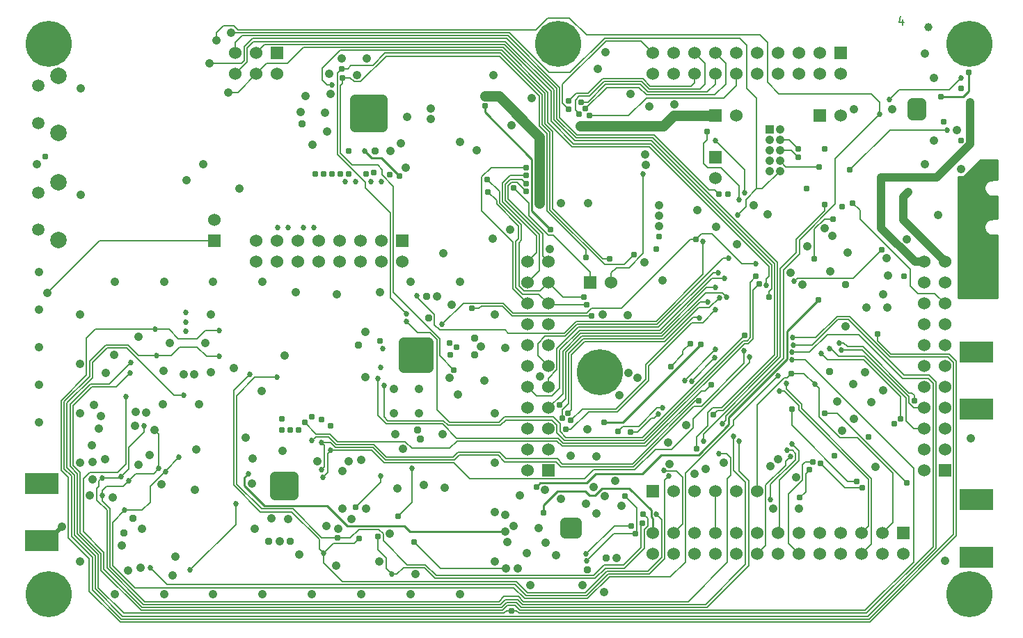
<source format=gbl>
G04 (created by PCBNEW (2012-nov-02)-stable) date Sat 15 Mar 2014 07:07:26 PM MDT*
%MOIN*%
G04 Gerber Fmt 3.4, Leading zero omitted, Abs format*
%FSLAX34Y34*%
G01*
G70*
G90*
G04 APERTURE LIST*
%ADD10C,0*%
%ADD11C,0.007*%
%ADD12R,0.06X0.06*%
%ADD13C,0.06*%
%ADD14C,0.0590551*%
%ADD15C,0.0787402*%
%ADD16C,0.025*%
%ADD17R,0.042X0.042*%
%ADD18C,0.042*%
%ADD19C,0.023622*%
%ADD20C,0.0230315*%
%ADD21C,0.220472*%
%ADD22R,0.164961X0.104921*%
%ADD23C,0.0551181*%
%ADD24C,0.0393701*%
%ADD25C,0.027*%
%ADD26C,0.031*%
%ADD27C,0.037*%
%ADD28C,0.008*%
%ADD29C,0.01*%
%ADD30C,0.05*%
%ADD31C,0.04*%
%ADD32C,0.02*%
%ADD33C,0.012*%
G04 APERTURE END LIST*
G54D10*
G54D11*
X66099Y-39777D02*
X66099Y-40043D01*
X66004Y-39624D02*
X65909Y-39910D01*
X66156Y-39910D01*
G54D12*
X68122Y-61397D03*
G54D13*
X67122Y-61397D03*
X68122Y-60397D03*
X67122Y-60397D03*
X68122Y-59397D03*
X67122Y-59397D03*
X68122Y-58397D03*
X67122Y-58397D03*
X68122Y-57397D03*
X67122Y-57397D03*
X68122Y-56397D03*
X67122Y-56397D03*
X68122Y-55397D03*
X67122Y-55397D03*
X68122Y-54397D03*
X67122Y-54397D03*
X68122Y-53397D03*
X67122Y-53397D03*
X68122Y-52397D03*
X67122Y-52397D03*
X68122Y-51397D03*
X67122Y-51397D03*
G54D14*
X24685Y-48090D03*
X24685Y-49862D03*
G54D15*
X25665Y-50356D03*
X25665Y-47596D03*
G54D16*
X40510Y-44276D03*
X40510Y-44925D03*
X39860Y-44925D03*
X39860Y-44276D03*
X39860Y-43626D03*
X40510Y-43626D03*
X41159Y-43626D03*
X41159Y-44276D03*
X41159Y-44925D03*
X42775Y-55865D03*
X42775Y-56455D03*
X42184Y-56455D03*
X42184Y-55865D03*
X42184Y-55274D03*
X42775Y-55274D03*
X43365Y-55274D03*
X43365Y-55865D03*
X43365Y-56455D03*
G54D12*
X54122Y-62397D03*
G54D13*
X55122Y-62397D03*
X56122Y-62397D03*
X57122Y-62397D03*
X58122Y-62397D03*
X59122Y-62397D03*
G54D17*
X59709Y-45065D03*
G54D18*
X60209Y-45065D03*
X59709Y-45565D03*
X60209Y-45565D03*
X59709Y-46065D03*
X60209Y-46065D03*
X59709Y-46565D03*
X60209Y-46565D03*
X59709Y-47065D03*
X60209Y-47065D03*
G54D12*
X63122Y-41397D03*
G54D13*
X63122Y-42397D03*
X62122Y-41397D03*
X62122Y-42397D03*
X61122Y-41397D03*
X61122Y-42397D03*
X60122Y-41397D03*
X60122Y-42397D03*
X59122Y-41397D03*
X59122Y-42397D03*
X58122Y-41397D03*
X58122Y-42397D03*
X57122Y-41397D03*
X57122Y-42397D03*
X56122Y-41397D03*
X56122Y-42397D03*
X55122Y-41397D03*
X55122Y-42397D03*
X54122Y-41397D03*
X54122Y-42397D03*
G54D19*
X36464Y-62111D03*
X36464Y-61678D03*
X36897Y-61678D03*
X36897Y-62111D03*
X36897Y-62544D03*
X36464Y-62544D03*
X36031Y-62544D03*
X36031Y-62111D03*
X36031Y-61678D03*
X50184Y-64144D03*
X49924Y-64403D03*
X49924Y-63884D03*
X50444Y-63884D03*
X50444Y-64403D03*
G54D12*
X33122Y-50397D03*
G54D13*
X33122Y-49397D03*
G54D12*
X57122Y-44397D03*
G54D13*
X58122Y-44397D03*
G54D12*
X62122Y-44397D03*
G54D13*
X63122Y-44397D03*
G54D20*
X66744Y-44075D03*
X66547Y-44370D03*
X66940Y-44370D03*
X66940Y-43780D03*
X66547Y-43780D03*
G54D14*
X24685Y-42972D03*
X24685Y-44744D03*
G54D15*
X25665Y-45238D03*
X25665Y-42478D03*
G54D12*
X66122Y-64397D03*
G54D13*
X66122Y-65397D03*
X65122Y-64397D03*
X65122Y-65397D03*
X64122Y-64397D03*
X64122Y-65397D03*
X63122Y-64397D03*
X63122Y-65397D03*
X62122Y-64397D03*
X62122Y-65397D03*
X61122Y-64397D03*
X61122Y-65397D03*
X60122Y-64397D03*
X60122Y-65397D03*
X59122Y-64397D03*
X59122Y-65397D03*
X58122Y-64397D03*
X58122Y-65397D03*
X57122Y-64397D03*
X57122Y-65397D03*
X56122Y-64397D03*
X56122Y-65397D03*
X55122Y-64397D03*
X55122Y-65397D03*
X54122Y-64397D03*
X54122Y-65397D03*
G54D12*
X36122Y-41397D03*
G54D13*
X36122Y-42397D03*
X35122Y-41397D03*
X35122Y-42397D03*
X34122Y-41397D03*
X34122Y-42397D03*
G54D12*
X57122Y-46397D03*
G54D13*
X57122Y-47397D03*
G54D12*
X70122Y-51397D03*
G54D13*
X70122Y-52397D03*
G54D12*
X49122Y-61397D03*
G54D13*
X48122Y-61397D03*
X49122Y-60397D03*
X48122Y-60397D03*
X49122Y-59397D03*
X48122Y-59397D03*
X49122Y-58397D03*
X48122Y-58397D03*
X49122Y-57397D03*
X48122Y-57397D03*
X49122Y-56397D03*
X48122Y-56397D03*
X49122Y-55397D03*
X48122Y-55397D03*
X49122Y-54397D03*
X48122Y-54397D03*
X49122Y-53397D03*
X48122Y-53397D03*
X49122Y-52397D03*
X48122Y-52397D03*
X49122Y-51397D03*
X48122Y-51397D03*
G54D12*
X51122Y-52397D03*
G54D13*
X52122Y-52397D03*
G54D21*
X25196Y-40944D03*
G54D19*
X25196Y-40078D03*
X24330Y-40944D03*
X25196Y-41811D03*
X26062Y-40944D03*
X25807Y-40334D03*
X24586Y-40334D03*
X24586Y-41555D03*
X25807Y-41555D03*
G54D21*
X25196Y-67322D03*
G54D19*
X25196Y-66456D03*
X24330Y-67322D03*
X25196Y-68188D03*
X26062Y-67322D03*
X25807Y-66712D03*
X24586Y-66712D03*
X24586Y-67933D03*
X25807Y-67933D03*
G54D21*
X69291Y-67322D03*
G54D19*
X69291Y-66456D03*
X68425Y-67322D03*
X69291Y-68188D03*
X70157Y-67322D03*
X69901Y-66712D03*
X68681Y-66712D03*
X68681Y-67933D03*
X69901Y-67933D03*
G54D21*
X69291Y-40944D03*
G54D19*
X69291Y-40078D03*
X68425Y-40944D03*
X69291Y-41811D03*
X70157Y-40944D03*
X69901Y-40334D03*
X68681Y-40334D03*
X68681Y-41555D03*
X69901Y-41555D03*
G54D21*
X49606Y-40944D03*
G54D19*
X49606Y-40078D03*
X48740Y-40944D03*
X49606Y-41811D03*
X50472Y-40944D03*
X50216Y-40334D03*
X48996Y-40334D03*
X48996Y-41555D03*
X50216Y-41555D03*
G54D21*
X51574Y-56692D03*
G54D19*
X51574Y-55826D03*
X50708Y-56692D03*
X51574Y-57559D03*
X52440Y-56692D03*
X52185Y-56082D03*
X50964Y-56082D03*
X50964Y-57303D03*
X52185Y-57303D03*
G54D12*
X42122Y-50397D03*
G54D13*
X42122Y-51397D03*
X41122Y-50397D03*
X41122Y-51397D03*
X40122Y-50397D03*
X40122Y-51397D03*
X39122Y-50397D03*
X39122Y-51397D03*
X38122Y-50397D03*
X38122Y-51397D03*
X37122Y-50397D03*
X37122Y-51397D03*
X36122Y-50397D03*
X36122Y-51397D03*
X35122Y-50397D03*
X35122Y-51397D03*
G54D22*
X24848Y-62010D03*
X24848Y-64760D03*
G54D19*
X25401Y-64370D03*
X25401Y-64763D03*
X25401Y-65157D03*
X25007Y-64370D03*
X25007Y-64763D03*
X25007Y-65157D03*
X24614Y-64370D03*
X24614Y-64763D03*
X24614Y-65157D03*
X25401Y-62401D03*
X25401Y-62007D03*
X25401Y-61614D03*
X25007Y-62401D03*
X25007Y-62007D03*
X25007Y-61614D03*
X24614Y-62401D03*
X24614Y-62007D03*
X24614Y-61614D03*
G54D22*
X69639Y-65548D03*
X69639Y-62798D03*
G54D19*
X69086Y-63188D03*
X69086Y-62795D03*
X69086Y-62401D03*
X69480Y-63188D03*
X69480Y-62795D03*
X69480Y-62401D03*
X69874Y-63188D03*
X69874Y-62795D03*
X69874Y-62401D03*
X69086Y-65157D03*
X69086Y-65551D03*
X69086Y-65944D03*
X69480Y-65157D03*
X69480Y-65551D03*
X69480Y-65944D03*
X69874Y-65157D03*
X69874Y-65551D03*
X69874Y-65944D03*
G54D22*
X69639Y-58461D03*
X69639Y-55711D03*
G54D19*
X69086Y-56102D03*
X69086Y-55708D03*
X69086Y-55314D03*
X69480Y-56102D03*
X69480Y-55708D03*
X69480Y-55314D03*
X69874Y-56102D03*
X69874Y-55708D03*
X69874Y-55314D03*
X69086Y-58070D03*
X69086Y-58464D03*
X69086Y-58858D03*
X69480Y-58070D03*
X69480Y-58464D03*
X69480Y-58858D03*
X69874Y-58070D03*
X69874Y-58464D03*
X69874Y-58858D03*
G54D14*
X70393Y-50442D03*
X70393Y-47194D03*
G54D23*
X69200Y-49799D03*
X69200Y-47838D03*
G54D24*
X67322Y-40157D03*
G54D25*
X29111Y-56231D03*
X60792Y-55737D03*
G54D18*
X47082Y-66107D03*
G54D26*
X47360Y-68120D03*
X42690Y-64830D03*
G54D25*
X58252Y-59997D03*
X28874Y-57844D03*
X30050Y-66064D03*
X54887Y-61667D03*
G54D26*
X57282Y-48167D03*
G54D18*
X48702Y-48587D03*
X48700Y-45410D03*
X50672Y-44897D03*
X46100Y-43450D03*
G54D25*
X34152Y-63007D03*
X31972Y-66157D03*
X34750Y-61560D03*
G54D18*
X47052Y-64337D03*
G54D26*
X50102Y-43697D03*
X50602Y-44327D03*
X50692Y-43747D03*
X50892Y-44067D03*
X51082Y-44397D03*
X48042Y-48027D03*
X48042Y-46877D03*
X48062Y-47267D03*
X48052Y-47647D03*
X50972Y-53457D03*
X46232Y-48047D03*
X50832Y-53107D03*
X46192Y-47447D03*
G54D25*
X53662Y-47207D03*
G54D26*
X47462Y-47867D03*
X54990Y-56410D03*
X55920Y-55320D03*
G54D25*
X57442Y-59167D03*
G54D18*
X33232Y-40777D03*
G54D25*
X64994Y-44325D03*
G54D26*
X50082Y-44087D03*
X66650Y-58060D03*
G54D25*
X63044Y-55288D03*
X63150Y-55634D03*
X62192Y-55787D03*
G54D26*
X65990Y-58910D03*
G54D25*
X62605Y-55556D03*
G54D26*
X62042Y-53227D03*
X48542Y-62187D03*
G54D25*
X60182Y-57577D03*
X55982Y-57117D03*
X57092Y-56007D03*
X55642Y-57087D03*
X57122Y-55607D03*
X60512Y-57227D03*
G54D26*
X61782Y-61007D03*
G54D25*
X60774Y-60131D03*
X59772Y-62807D03*
X60542Y-60437D03*
X60712Y-60727D03*
G54D26*
X59692Y-53097D03*
G54D18*
X33802Y-43277D03*
G54D25*
X59572Y-52537D03*
G54D26*
X56212Y-60357D03*
X57022Y-58717D03*
G54D18*
X32892Y-41897D03*
G54D25*
X54652Y-61392D03*
G54D26*
X69250Y-42335D03*
X67934Y-43505D03*
G54D18*
X33912Y-40427D03*
G54D25*
X61882Y-57257D03*
G54D26*
X60762Y-56747D03*
G54D25*
X58186Y-49143D03*
X56352Y-54077D03*
G54D26*
X50202Y-58997D03*
G54D25*
X57742Y-51227D03*
X57252Y-51917D03*
X57132Y-52637D03*
X57322Y-53117D03*
G54D26*
X50062Y-58647D03*
X49792Y-58907D03*
G54D25*
X56764Y-53336D03*
X57122Y-53707D03*
G54D26*
X49942Y-59437D03*
G54D25*
X57562Y-52177D03*
G54D26*
X49642Y-58257D03*
G54D25*
X57662Y-53077D03*
X57122Y-45577D03*
X58522Y-48107D03*
G54D26*
X56722Y-45147D03*
G54D25*
X58252Y-48427D03*
G54D26*
X63900Y-61910D03*
X60800Y-58460D03*
X64170Y-62210D03*
X62172Y-61047D03*
X61170Y-62700D03*
X61632Y-61357D03*
X61079Y-45975D03*
X62082Y-46857D03*
X61082Y-46387D03*
X62358Y-58646D03*
X66280Y-61980D03*
G54D18*
X66112Y-49163D03*
X66372Y-48047D03*
G54D26*
X63700Y-48582D03*
G54D18*
X69324Y-43748D03*
X65072Y-47367D03*
G54D26*
X62342Y-48667D03*
G54D25*
X56545Y-59976D03*
X57282Y-60597D03*
G54D18*
X30250Y-59450D03*
G54D25*
X27744Y-62604D03*
X29035Y-61889D03*
X30464Y-61304D03*
G54D26*
X48902Y-63417D03*
G54D25*
X38765Y-42911D03*
G54D26*
X52052Y-51267D03*
X45460Y-53640D03*
X51202Y-53987D03*
G54D25*
X40335Y-46101D03*
G54D26*
X41992Y-47287D03*
X49232Y-49847D03*
X46100Y-43930D03*
G54D18*
X68897Y-46968D03*
X66302Y-50317D03*
G54D26*
X63202Y-48767D03*
G54D18*
X67775Y-49163D03*
X29650Y-64200D03*
X28982Y-66197D03*
X25822Y-64097D03*
X69372Y-59847D03*
X50770Y-66890D03*
X48240Y-66890D03*
X49192Y-50777D03*
G54D26*
X54422Y-50197D03*
G54D18*
X44094Y-50984D03*
G54D26*
X62832Y-60687D03*
X64472Y-59807D03*
G54D18*
X51032Y-48607D03*
X44160Y-62230D03*
G54D26*
X38254Y-58961D03*
G54D18*
X36488Y-55898D03*
X27342Y-58267D03*
X32244Y-60404D03*
X35064Y-64191D03*
X41009Y-65768D03*
X41785Y-59665D03*
X44065Y-59665D03*
X46555Y-65748D03*
X31802Y-47497D03*
X53052Y-43362D03*
X52960Y-56730D03*
X37827Y-45787D03*
X37252Y-44232D03*
X40412Y-41667D03*
X68122Y-65717D03*
X52382Y-65607D03*
X51432Y-60737D03*
X50182Y-60697D03*
X50982Y-59437D03*
X26722Y-48187D03*
X27165Y-62598D03*
X26673Y-56299D03*
X26673Y-58661D03*
X26673Y-61023D03*
X26673Y-65748D03*
X39050Y-64200D03*
X47047Y-55511D03*
X44881Y-67322D03*
X42519Y-67322D03*
X40157Y-67322D03*
X28346Y-67322D03*
X30708Y-67322D03*
X37795Y-67322D03*
X35433Y-67322D03*
X33070Y-67322D03*
X46062Y-57086D03*
X46555Y-53937D03*
X37007Y-52854D03*
X44881Y-52362D03*
X41043Y-52854D03*
X46555Y-63385D03*
X46555Y-58661D03*
X46555Y-61023D03*
X47070Y-63510D03*
X42519Y-52362D03*
X38976Y-52952D03*
X26673Y-53937D03*
X28346Y-52362D03*
X30708Y-52362D03*
X33070Y-52362D03*
X35433Y-52362D03*
X24722Y-53697D03*
X24722Y-51897D03*
X24722Y-59087D03*
X24722Y-57287D03*
X24722Y-55487D03*
X24622Y-46737D03*
X34312Y-47897D03*
X54932Y-61097D03*
X56672Y-61317D03*
X54412Y-49707D03*
X48952Y-62327D03*
X47742Y-62597D03*
X47452Y-64057D03*
X52532Y-57787D03*
X51732Y-53937D03*
X51802Y-67237D03*
X55172Y-43867D03*
X51292Y-62177D03*
X64790Y-61240D03*
X51822Y-62627D03*
X54412Y-49207D03*
X46442Y-50277D03*
X54862Y-60057D03*
X62358Y-49807D03*
X65327Y-51222D03*
X49484Y-65444D03*
G54D25*
X37882Y-49757D03*
G54D26*
X41532Y-47227D03*
G54D18*
X40390Y-63240D03*
X39540Y-60960D03*
X40160Y-60900D03*
X42150Y-60370D03*
X29480Y-55000D03*
X34920Y-62020D03*
X32390Y-58220D03*
X30650Y-58230D03*
X29870Y-58620D03*
G54D25*
X37380Y-49756D03*
G54D18*
X41874Y-62269D03*
X28311Y-55851D03*
X27931Y-56721D03*
X30701Y-56641D03*
X31130Y-66420D03*
X42065Y-45711D03*
X32951Y-56691D03*
G54D25*
X31751Y-54281D03*
G54D18*
X63744Y-44075D03*
G54D27*
X40015Y-55375D03*
G54D18*
X60979Y-61722D03*
X27594Y-59404D03*
G54D27*
X36764Y-64791D03*
G54D26*
X36354Y-58921D03*
G54D25*
X39900Y-47546D03*
G54D18*
X38964Y-65961D03*
X30034Y-60674D03*
G54D27*
X35714Y-64791D03*
G54D18*
X42290Y-46886D03*
X37184Y-65411D03*
X32194Y-62334D03*
G54D26*
X36354Y-59451D03*
G54D18*
X62711Y-50161D03*
X67144Y-41425D03*
X59741Y-61206D03*
X48084Y-65354D03*
X63461Y-50967D03*
X65363Y-53590D03*
X56241Y-48924D03*
X31001Y-55281D03*
X48330Y-43560D03*
G54D27*
X63348Y-52494D03*
G54D26*
X40400Y-47176D03*
G54D18*
X32951Y-53931D03*
X58165Y-50550D03*
G54D26*
X38704Y-59261D03*
X37154Y-59451D03*
G54D18*
X63206Y-59495D03*
X61297Y-52494D03*
X58964Y-48676D03*
X40365Y-56915D03*
G54D25*
X31751Y-53831D03*
G54D18*
X42769Y-66368D03*
X44475Y-53455D03*
G54D25*
X41130Y-47546D03*
G54D18*
X43505Y-44551D03*
X39225Y-41661D03*
X31651Y-56781D03*
X47360Y-44850D03*
X67144Y-46725D03*
X38635Y-42401D03*
X44775Y-57765D03*
X65398Y-52070D03*
G54D27*
X37335Y-44801D03*
G54D18*
X45875Y-55465D03*
X42925Y-58665D03*
X43160Y-62075D03*
X65151Y-52954D03*
X65151Y-57550D03*
X65594Y-44075D03*
X34964Y-60811D03*
X37485Y-43451D03*
X51850Y-41360D03*
X28254Y-62704D03*
G54D27*
X29234Y-63704D03*
X45575Y-55065D03*
X62591Y-56645D03*
G54D25*
X36650Y-49756D03*
G54D18*
X41529Y-64428D03*
G54D26*
X39560Y-47176D03*
G54D18*
X38474Y-64061D03*
X34614Y-59811D03*
X64585Y-58116D03*
X63355Y-54496D03*
X29324Y-59244D03*
X43775Y-53055D03*
X67594Y-42575D03*
X59880Y-63220D03*
X60731Y-51929D03*
G54D26*
X36754Y-59451D03*
G54D18*
X53731Y-51434D03*
G54D26*
X68894Y-45575D03*
G54D25*
X36150Y-49756D03*
G54D18*
X40365Y-54765D03*
G54D26*
X40760Y-47136D03*
X38360Y-47176D03*
G54D27*
X28774Y-64384D03*
G54D18*
X36264Y-64791D03*
G54D26*
X68044Y-44675D03*
G54D18*
X39704Y-63711D03*
G54D27*
X42855Y-59445D03*
G54D18*
X43505Y-44071D03*
X27284Y-61824D03*
G54D26*
X38760Y-47176D03*
G54D18*
X63772Y-58929D03*
G54D26*
X39160Y-47176D03*
G54D25*
X31751Y-54731D03*
G54D18*
X41725Y-58665D03*
G54D25*
X39400Y-47546D03*
G54D18*
X34048Y-56488D03*
G54D26*
X37804Y-58811D03*
G54D27*
X45585Y-55845D03*
G54D18*
X44900Y-45670D03*
G54D27*
X42995Y-59885D03*
G54D26*
X37960Y-47176D03*
G54D18*
X47669Y-66093D03*
X27244Y-60204D03*
G54D25*
X40630Y-47546D03*
G54D18*
X29494Y-61134D03*
X46500Y-42470D03*
X32151Y-56781D03*
X27284Y-60994D03*
X27894Y-60874D03*
G54D27*
X43275Y-53055D03*
G54D18*
X30604Y-62074D03*
X67594Y-45575D03*
X38054Y-60961D03*
X32701Y-55281D03*
X53800Y-46770D03*
X49710Y-48580D03*
G54D26*
X68894Y-43075D03*
G54D18*
X35388Y-57588D03*
X68694Y-45075D03*
G54D26*
X64900Y-54850D03*
G54D25*
X30301Y-54621D03*
X33351Y-54681D03*
X60812Y-55037D03*
X30351Y-55881D03*
X33351Y-55931D03*
X58502Y-55667D03*
X38240Y-61360D03*
X38254Y-60061D03*
X58742Y-55957D03*
X38334Y-61711D03*
X38700Y-60440D03*
G54D26*
X56332Y-58067D03*
G54D25*
X37804Y-59961D03*
G54D26*
X37452Y-59097D03*
X56912Y-57287D03*
X53662Y-63487D03*
X40952Y-64557D03*
G54D25*
X42600Y-61280D03*
G54D26*
X41922Y-63587D03*
G54D25*
X41607Y-66366D03*
X68904Y-42575D03*
X65444Y-43625D03*
X68224Y-45075D03*
G54D26*
X63572Y-46987D03*
X61872Y-51257D03*
X62772Y-49367D03*
X65082Y-50817D03*
G54D25*
X60906Y-52321D03*
G54D26*
X58522Y-54917D03*
G54D25*
X42330Y-54270D03*
X34838Y-56788D03*
G54D26*
X40052Y-64647D03*
G54D25*
X54292Y-63507D03*
X38342Y-65363D03*
G54D26*
X59062Y-52107D03*
G54D25*
X41240Y-57330D03*
X29754Y-59244D03*
X58002Y-59767D03*
X27744Y-61754D03*
X28644Y-61704D03*
X29091Y-56731D03*
X60802Y-56107D03*
X50942Y-65737D03*
G54D26*
X52442Y-59537D03*
G54D25*
X54582Y-58407D03*
G54D26*
X53292Y-64427D03*
X52792Y-62627D03*
G54D25*
X50934Y-65394D03*
G54D26*
X53082Y-64047D03*
G54D25*
X54402Y-58687D03*
G54D26*
X53072Y-59547D03*
X51792Y-59087D03*
X56410Y-55370D03*
G54D25*
X42820Y-53040D03*
X56538Y-50409D03*
G54D26*
X53223Y-51068D03*
G54D25*
X42330Y-53880D03*
G54D26*
X39212Y-42147D03*
X44602Y-56587D03*
X50912Y-51177D03*
X39268Y-42577D03*
G54D25*
X36128Y-56938D03*
G54D26*
X39020Y-64630D03*
X53622Y-63927D03*
X39892Y-63157D03*
G54D25*
X41100Y-61650D03*
G54D26*
X59222Y-52467D03*
G54D25*
X40960Y-56980D03*
X60132Y-56857D03*
X30784Y-61454D03*
X28834Y-63304D03*
X31434Y-60764D03*
X31660Y-57780D03*
X60842Y-55407D03*
G54D18*
X28702Y-65007D03*
X47142Y-64827D03*
X25122Y-52897D03*
G54D26*
X41055Y-55195D03*
G54D27*
X43385Y-54105D03*
G54D18*
X41560Y-46086D03*
X39945Y-42451D03*
X38682Y-43367D03*
X38427Y-44257D03*
X39260Y-63210D03*
X36404Y-60461D03*
X36654Y-63711D03*
G54D25*
X41105Y-56465D03*
G54D18*
X39254Y-61411D03*
X29600Y-66064D03*
G54D25*
X41175Y-55555D03*
G54D27*
X40810Y-46076D03*
G54D18*
X42925Y-57485D03*
X41725Y-57475D03*
X29344Y-58604D03*
G54D26*
X44435Y-55845D03*
G54D18*
X38515Y-45171D03*
X44375Y-56965D03*
G54D26*
X39560Y-46076D03*
G54D18*
X31250Y-65514D03*
X27704Y-58804D03*
G54D26*
X44375Y-55305D03*
X57712Y-48157D03*
X66142Y-52107D03*
X61492Y-47877D03*
X65682Y-59147D03*
X25032Y-46367D03*
G54D18*
X47300Y-49870D03*
X32602Y-46717D03*
X53392Y-56967D03*
X64367Y-53587D03*
X62942Y-58107D03*
X48722Y-56897D03*
X26722Y-43087D03*
G54D26*
X54302Y-50777D03*
G54D18*
X56112Y-61567D03*
X49734Y-62744D03*
X48652Y-64147D03*
G54D26*
X44725Y-55475D03*
G54D18*
X52918Y-53944D03*
X45700Y-46070D03*
X42362Y-44457D03*
G54D27*
X50984Y-66144D03*
G54D18*
X35864Y-63691D03*
X53950Y-43970D03*
X61110Y-63210D03*
X51432Y-63467D03*
X52612Y-63107D03*
X52322Y-61877D03*
X54412Y-48697D03*
X50910Y-63000D03*
X48980Y-64850D03*
G54D26*
X62342Y-45987D03*
G54D18*
X57514Y-61015D03*
X64302Y-56702D03*
X51500Y-42170D03*
X57167Y-49737D03*
X59635Y-49136D03*
X54579Y-52282D03*
X53750Y-46270D03*
X55711Y-59212D03*
X60130Y-60874D03*
X63737Y-57267D03*
X62622Y-51845D03*
X61509Y-50656D03*
G54D27*
X51884Y-65594D03*
G54D25*
X44025Y-54405D03*
X59070Y-51483D03*
G54D26*
X56182Y-50337D03*
G54D28*
X27186Y-57247D02*
X26212Y-58221D01*
X29111Y-56231D02*
X28095Y-57247D01*
X28787Y-68237D02*
X46990Y-68237D01*
X27559Y-67009D02*
X28787Y-68237D01*
X27559Y-65435D02*
X27559Y-67009D01*
X26559Y-64435D02*
X27559Y-65435D01*
X28095Y-57247D02*
X27186Y-57247D01*
X47107Y-68120D02*
X47360Y-68120D01*
X47107Y-68120D02*
X46990Y-68237D01*
X26559Y-61553D02*
X26559Y-64435D01*
X26212Y-61205D02*
X26559Y-61553D01*
X26212Y-58221D02*
X26212Y-61205D01*
X63998Y-54877D02*
X66100Y-56980D01*
X66100Y-56980D02*
X67310Y-56980D01*
X67310Y-56980D02*
X67540Y-57210D01*
X67540Y-57210D02*
X67540Y-65057D01*
X67540Y-65057D02*
X64360Y-68237D01*
X64360Y-68237D02*
X47707Y-68237D01*
X61634Y-55737D02*
X62494Y-54877D01*
X62494Y-54877D02*
X63998Y-54877D01*
X60792Y-55737D02*
X61634Y-55737D01*
X47360Y-68120D02*
X47590Y-68120D01*
X47707Y-68237D02*
X47590Y-68120D01*
X47082Y-66107D02*
X43967Y-66107D01*
X43967Y-66107D02*
X42690Y-64830D01*
X28874Y-57844D02*
X28874Y-61095D01*
X29672Y-67957D02*
X46874Y-67957D01*
X27839Y-66125D02*
X29672Y-67957D01*
X27839Y-65319D02*
X27839Y-66125D01*
X26840Y-64320D02*
X27839Y-65319D01*
X56710Y-67957D02*
X47823Y-67957D01*
X58712Y-65955D02*
X56710Y-67957D01*
X58252Y-59997D02*
X58252Y-61437D01*
X58252Y-61437D02*
X58712Y-61897D01*
X58712Y-61897D02*
X58712Y-65955D01*
X47111Y-67719D02*
X46874Y-67957D01*
X47585Y-67719D02*
X47111Y-67719D01*
X47823Y-67957D02*
X47585Y-67719D01*
X26840Y-61799D02*
X26840Y-64320D01*
X27162Y-61477D02*
X26840Y-61799D01*
X28492Y-61477D02*
X27162Y-61477D01*
X28874Y-61095D02*
X28492Y-61477D01*
X48055Y-67397D02*
X47527Y-66869D01*
X47527Y-66869D02*
X30855Y-66869D01*
X30855Y-66869D02*
X30050Y-66064D01*
X51984Y-66357D02*
X50944Y-67397D01*
X50944Y-67397D02*
X48055Y-67397D01*
X53950Y-66357D02*
X51984Y-66357D01*
X54682Y-65625D02*
X53950Y-66357D01*
X54682Y-61872D02*
X54682Y-65625D01*
X54887Y-61667D02*
X54682Y-61872D01*
X47183Y-40567D02*
X49660Y-43044D01*
X49660Y-43044D02*
X49660Y-44487D01*
X50500Y-45327D02*
X54184Y-45327D01*
X49660Y-44487D02*
X50500Y-45327D01*
X34122Y-40887D02*
X34122Y-41397D01*
X34442Y-40567D02*
X34122Y-40887D01*
X34442Y-40567D02*
X47183Y-40567D01*
X56824Y-47967D02*
X54184Y-45327D01*
X57082Y-47967D02*
X56824Y-47967D01*
X57282Y-48167D02*
X57082Y-47967D01*
G54D29*
X48702Y-48587D02*
X48700Y-48587D01*
G54D30*
X57122Y-44397D02*
X55122Y-44397D01*
X54622Y-44897D02*
X50672Y-44897D01*
X55122Y-44397D02*
X54622Y-44897D01*
X46740Y-43450D02*
X46100Y-43450D01*
X48700Y-45410D02*
X46740Y-43450D01*
X48700Y-48587D02*
X48700Y-45410D01*
G54D28*
X34152Y-63977D02*
X34152Y-63007D01*
X31972Y-66157D02*
X34152Y-63977D01*
G54D29*
X34572Y-61737D02*
X34572Y-62127D01*
X34572Y-61737D02*
X34750Y-61560D01*
X38522Y-63087D02*
X39502Y-64067D01*
X34572Y-62127D02*
X35532Y-63087D01*
X35532Y-63087D02*
X38522Y-63087D01*
X42212Y-64067D02*
X39502Y-64067D01*
X42482Y-64337D02*
X42212Y-64067D01*
X47052Y-64337D02*
X42482Y-64337D01*
G54D28*
X54006Y-42987D02*
X53646Y-42627D01*
X56122Y-42397D02*
X56122Y-42837D01*
X55972Y-42987D02*
X54006Y-42987D01*
X56122Y-42837D02*
X55972Y-42987D01*
X50472Y-43327D02*
X50102Y-43697D01*
X51038Y-43327D02*
X50472Y-43327D01*
X51738Y-42627D02*
X51038Y-43327D01*
X53646Y-42627D02*
X51738Y-42627D01*
X53948Y-43127D02*
X53588Y-42767D01*
X56122Y-41397D02*
X56632Y-41907D01*
X56392Y-43127D02*
X53948Y-43127D01*
X56632Y-42887D02*
X56392Y-43127D01*
X56632Y-41907D02*
X56632Y-42887D01*
X50412Y-44137D02*
X50602Y-44327D01*
X50412Y-43657D02*
X50412Y-44137D01*
X50602Y-43467D02*
X50412Y-43657D01*
X51096Y-43467D02*
X50602Y-43467D01*
X51796Y-42767D02*
X51096Y-43467D01*
X53588Y-42767D02*
X51796Y-42767D01*
X53890Y-43267D02*
X53530Y-42907D01*
X57122Y-42877D02*
X56732Y-43267D01*
X56732Y-43267D02*
X53890Y-43267D01*
X57122Y-42877D02*
X57122Y-42397D01*
X51014Y-43747D02*
X50692Y-43747D01*
X51854Y-42907D02*
X51014Y-43747D01*
X53530Y-42907D02*
X51854Y-42907D01*
X53832Y-43407D02*
X53472Y-43047D01*
X57622Y-41897D02*
X57622Y-42887D01*
X57622Y-42887D02*
X57102Y-43407D01*
X57102Y-43407D02*
X53832Y-43407D01*
X57622Y-41897D02*
X57122Y-41397D01*
X51912Y-43047D02*
X50892Y-44067D01*
X53472Y-43047D02*
X51912Y-43047D01*
X58122Y-42947D02*
X57522Y-43547D01*
X57522Y-43547D02*
X53812Y-43547D01*
X53812Y-43547D02*
X52962Y-44397D01*
X52962Y-44397D02*
X51082Y-44397D01*
X58122Y-42947D02*
X58122Y-42397D01*
X47622Y-47607D02*
X48042Y-48027D01*
X49122Y-51397D02*
X48842Y-51117D01*
X47352Y-47607D02*
X47622Y-47607D01*
X48842Y-51117D02*
X48842Y-50045D01*
X48842Y-50045D02*
X47202Y-48405D01*
X47202Y-48405D02*
X47202Y-47757D01*
X47202Y-47757D02*
X47352Y-47607D01*
X48122Y-53397D02*
X47432Y-52707D01*
X45932Y-48947D02*
X45932Y-47337D01*
X47432Y-50447D02*
X45932Y-48947D01*
X47432Y-52707D02*
X47432Y-50447D01*
X46392Y-46877D02*
X48042Y-46877D01*
X45932Y-47337D02*
X46392Y-46877D01*
X48562Y-50161D02*
X48562Y-50957D01*
X47296Y-47267D02*
X48062Y-47267D01*
X46922Y-48521D02*
X46922Y-47641D01*
X48562Y-50161D02*
X46922Y-48521D01*
X46922Y-47641D02*
X47296Y-47267D01*
X48562Y-50957D02*
X48122Y-51397D01*
X48122Y-52397D02*
X48702Y-51817D01*
X47294Y-47467D02*
X47872Y-47467D01*
X47872Y-47467D02*
X48052Y-47647D01*
X48702Y-50103D02*
X47062Y-48463D01*
X47062Y-48463D02*
X47062Y-47699D01*
X47062Y-47699D02*
X47294Y-47467D01*
X48702Y-51817D02*
X48702Y-50103D01*
X49182Y-53457D02*
X49122Y-53397D01*
X50972Y-53457D02*
X49182Y-53457D01*
X47572Y-50417D02*
X47682Y-50307D01*
X48672Y-52947D02*
X49122Y-53397D01*
X47894Y-52947D02*
X48672Y-52947D01*
X47572Y-52625D02*
X47894Y-52947D01*
X47572Y-52625D02*
X47572Y-50417D01*
X47682Y-50307D02*
X47682Y-49677D01*
X46642Y-48457D02*
X46232Y-48047D01*
X46642Y-48637D02*
X46642Y-48457D01*
X47682Y-49677D02*
X46642Y-48637D01*
X49832Y-53107D02*
X49122Y-52397D01*
X50832Y-53107D02*
X49832Y-53107D01*
X47712Y-52567D02*
X47712Y-50475D01*
X47952Y-52807D02*
X48712Y-52807D01*
X47952Y-52807D02*
X47712Y-52567D01*
X48712Y-52807D02*
X49122Y-52397D01*
X46782Y-48037D02*
X46192Y-47447D01*
X46782Y-48579D02*
X46782Y-48037D01*
X47822Y-49619D02*
X46782Y-48579D01*
X47822Y-50365D02*
X47822Y-49619D01*
X47712Y-50475D02*
X47822Y-50365D01*
X53662Y-47207D02*
X53662Y-50997D01*
X52122Y-51937D02*
X52122Y-52397D01*
X52382Y-51677D02*
X52122Y-51937D01*
X52982Y-51677D02*
X52382Y-51677D01*
X53662Y-50997D02*
X52982Y-51677D01*
X49352Y-50137D02*
X51122Y-51907D01*
X48189Y-49195D02*
X48189Y-48595D01*
X49132Y-50137D02*
X48189Y-49195D01*
X49352Y-50137D02*
X49132Y-50137D01*
X48189Y-48595D02*
X47462Y-47867D01*
X51122Y-51907D02*
X51122Y-52397D01*
X54990Y-56410D02*
X55570Y-55830D01*
X55570Y-55670D02*
X55920Y-55320D01*
X55570Y-55830D02*
X55570Y-55670D01*
X61161Y-51020D02*
X61161Y-50350D01*
X64994Y-44325D02*
X62872Y-46447D01*
X57442Y-59167D02*
X57622Y-58987D01*
X61161Y-51020D02*
X60396Y-51785D01*
X60396Y-56011D02*
X60396Y-51785D01*
X57622Y-58785D02*
X60396Y-56011D01*
X57622Y-58987D02*
X57622Y-58785D01*
X62872Y-48639D02*
X62872Y-46447D01*
X61161Y-50350D02*
X62872Y-48639D01*
X33232Y-40777D02*
X33232Y-40427D01*
X50946Y-40536D02*
X50130Y-39720D01*
X50130Y-39720D02*
X49100Y-39720D01*
X49100Y-39720D02*
X48532Y-40287D01*
X59241Y-40536D02*
X59612Y-40907D01*
X60172Y-43367D02*
X64602Y-43367D01*
X64602Y-43367D02*
X64994Y-43759D01*
X64994Y-44325D02*
X64994Y-43759D01*
X60172Y-43367D02*
X59612Y-42807D01*
X59612Y-42807D02*
X59612Y-40907D01*
X59241Y-40536D02*
X50946Y-40536D01*
X34262Y-40287D02*
X48532Y-40287D01*
X34072Y-40097D02*
X34262Y-40287D01*
X33562Y-40097D02*
X34072Y-40097D01*
X33232Y-40427D02*
X33562Y-40097D01*
X53541Y-40816D02*
X54122Y-41397D01*
X51873Y-40816D02*
X53541Y-40816D01*
X49800Y-42889D02*
X51873Y-40816D01*
X49800Y-43805D02*
X49800Y-42889D01*
X50082Y-44087D02*
X49800Y-43805D01*
X66650Y-58060D02*
X66650Y-57800D01*
X63044Y-55288D02*
X63270Y-55288D01*
X63270Y-55288D02*
X63454Y-55471D01*
X63454Y-55471D02*
X64196Y-55471D01*
X66404Y-57680D02*
X64196Y-55471D01*
X66530Y-57680D02*
X66404Y-57680D01*
X66650Y-57800D02*
X66530Y-57680D01*
X64160Y-55634D02*
X63150Y-55634D01*
X66392Y-57865D02*
X64160Y-55634D01*
X66392Y-58167D02*
X66392Y-57865D01*
X66622Y-58397D02*
X66392Y-58167D01*
X67122Y-58397D02*
X66622Y-58397D01*
X64217Y-56087D02*
X65990Y-57859D01*
X62491Y-56087D02*
X62192Y-55787D01*
X64217Y-56087D02*
X62491Y-56087D01*
X65990Y-57859D02*
X65990Y-58910D01*
X62605Y-55556D02*
X62648Y-55556D01*
X62648Y-55556D02*
X63015Y-55924D01*
X64252Y-55924D02*
X66252Y-57923D01*
X63015Y-55924D02*
X64252Y-55924D01*
X66252Y-57923D02*
X66252Y-59027D01*
X66252Y-59027D02*
X66622Y-59397D01*
X67122Y-59397D02*
X66622Y-59397D01*
G54D29*
X51392Y-61547D02*
X53622Y-61547D01*
X60546Y-54723D02*
X60546Y-56073D01*
X60546Y-56073D02*
X57772Y-58847D01*
X57772Y-58847D02*
X57772Y-59197D01*
X48542Y-62187D02*
X48732Y-61997D01*
X50942Y-61997D02*
X51392Y-61547D01*
X48732Y-61997D02*
X50942Y-61997D01*
X62042Y-53227D02*
X60546Y-54723D01*
X56312Y-60657D02*
X57772Y-59197D01*
X54512Y-60657D02*
X56312Y-60657D01*
X53622Y-61547D02*
X54512Y-60657D01*
G54D28*
X57092Y-56007D02*
X55982Y-57117D01*
X60412Y-57577D02*
X60182Y-57577D01*
X64122Y-64397D02*
X64462Y-64057D01*
X61112Y-58487D02*
X61112Y-58277D01*
X64462Y-61837D02*
X61112Y-58487D01*
X64462Y-64057D02*
X64462Y-61837D01*
X61112Y-58277D02*
X60412Y-57577D01*
X55642Y-57087D02*
X57122Y-55607D01*
X61252Y-58219D02*
X60512Y-57479D01*
X64602Y-64917D02*
X64602Y-61779D01*
X64602Y-61779D02*
X61252Y-58429D01*
X61252Y-58429D02*
X61252Y-58219D01*
X64122Y-65397D02*
X64602Y-64917D01*
X60512Y-57479D02*
X60512Y-57227D01*
X60622Y-62537D02*
X60622Y-64897D01*
X61122Y-65397D02*
X60622Y-64897D01*
X61300Y-61130D02*
X61300Y-61860D01*
X61300Y-61860D02*
X60622Y-62537D01*
X61422Y-61007D02*
X61300Y-61130D01*
X61782Y-61007D02*
X61422Y-61007D01*
X61113Y-60937D02*
X60202Y-61849D01*
X60202Y-64317D02*
X60122Y-64397D01*
X60202Y-61849D02*
X60202Y-64317D01*
X61113Y-60471D02*
X60774Y-60131D01*
X61113Y-60937D02*
X61113Y-60471D01*
X59772Y-62065D02*
X59772Y-62807D01*
X60951Y-60886D02*
X59772Y-62065D01*
X60951Y-60576D02*
X60951Y-60886D01*
X60812Y-60437D02*
X60951Y-60576D01*
X60542Y-60437D02*
X60812Y-60437D01*
X59532Y-64987D02*
X59122Y-65397D01*
X59532Y-62107D02*
X59532Y-64987D01*
X60497Y-61142D02*
X59532Y-62107D01*
X60497Y-60942D02*
X60497Y-61142D01*
X60712Y-60727D02*
X60497Y-60942D01*
X49240Y-44663D02*
X50324Y-45747D01*
X50324Y-45747D02*
X54010Y-45747D01*
X54010Y-45747D02*
X59816Y-51553D01*
X49240Y-44663D02*
X49240Y-43218D01*
X59692Y-53097D02*
X59692Y-52831D01*
X59692Y-52831D02*
X59816Y-52707D01*
X59816Y-51553D02*
X59816Y-52707D01*
X35122Y-41397D02*
X35532Y-40987D01*
X47009Y-40987D02*
X35532Y-40987D01*
X49240Y-43218D02*
X47009Y-40987D01*
X34242Y-43277D02*
X35122Y-42397D01*
X33802Y-43277D02*
X34242Y-43277D01*
X49100Y-44721D02*
X49100Y-43276D01*
X37382Y-41127D02*
X36612Y-41897D01*
X59676Y-52107D02*
X59676Y-51611D01*
X59572Y-52537D02*
X59572Y-52211D01*
X59572Y-52211D02*
X59676Y-52107D01*
X50266Y-45887D02*
X49100Y-44721D01*
X53952Y-45887D02*
X50266Y-45887D01*
X59676Y-51611D02*
X53952Y-45887D01*
X35622Y-41897D02*
X35122Y-42397D01*
X36612Y-41897D02*
X35622Y-41897D01*
X46951Y-41127D02*
X37382Y-41127D01*
X49100Y-43276D02*
X46951Y-41127D01*
X59956Y-51495D02*
X54068Y-45607D01*
X54068Y-45607D02*
X50382Y-45607D01*
X50382Y-45607D02*
X49380Y-44605D01*
X49380Y-44605D02*
X49380Y-43160D01*
X34702Y-41147D02*
X34702Y-41817D01*
X34702Y-41817D02*
X34122Y-42397D01*
X35002Y-40847D02*
X34702Y-41147D01*
X59956Y-55857D02*
X59956Y-51495D01*
X56212Y-60357D02*
X56212Y-59799D01*
X56212Y-59799D02*
X56752Y-59259D01*
X56752Y-59259D02*
X56752Y-58617D01*
X56752Y-58617D02*
X56991Y-58378D01*
X56991Y-58378D02*
X57435Y-58378D01*
X57435Y-58378D02*
X59956Y-55857D01*
X47067Y-40847D02*
X35002Y-40847D01*
X49380Y-43160D02*
X47067Y-40847D01*
X34424Y-41897D02*
X32892Y-41897D01*
X50440Y-45467D02*
X54126Y-45467D01*
X54126Y-45467D02*
X60096Y-51437D01*
X49520Y-44547D02*
X49520Y-43102D01*
X34944Y-40707D02*
X34562Y-41089D01*
X34562Y-41089D02*
X34562Y-41759D01*
X34562Y-41759D02*
X34424Y-41897D01*
X60096Y-55915D02*
X60096Y-51437D01*
X57493Y-58518D02*
X60096Y-55915D01*
X57221Y-58518D02*
X57493Y-58518D01*
X57022Y-58717D02*
X57221Y-58518D01*
X47125Y-40707D02*
X34944Y-40707D01*
X49520Y-43102D02*
X47125Y-40707D01*
X49520Y-44547D02*
X50440Y-45467D01*
X55122Y-64397D02*
X55552Y-63967D01*
X55552Y-61722D02*
X55552Y-63967D01*
X55242Y-61412D02*
X55552Y-61722D01*
X54672Y-61412D02*
X55242Y-61412D01*
X54652Y-61392D02*
X54672Y-61412D01*
G54D29*
X69250Y-42335D02*
X69250Y-43228D01*
X69250Y-43228D02*
X68973Y-43505D01*
X68973Y-43505D02*
X67934Y-43505D01*
G54D28*
X47241Y-40427D02*
X33912Y-40427D01*
X58291Y-40676D02*
X51815Y-40676D01*
X51815Y-40676D02*
X50153Y-42338D01*
X50153Y-42338D02*
X49151Y-42338D01*
X49151Y-42338D02*
X47241Y-40427D01*
X59102Y-47907D02*
X59102Y-43547D01*
X58632Y-43077D02*
X58632Y-41017D01*
X59102Y-43547D02*
X58632Y-43077D01*
X58632Y-41017D02*
X58291Y-40676D01*
X33912Y-40427D02*
X33912Y-40427D01*
X60762Y-56747D02*
X60549Y-56960D01*
X59122Y-58257D02*
X59122Y-62397D01*
X60419Y-56960D02*
X59122Y-58257D01*
X60549Y-56960D02*
X60419Y-56960D01*
X60762Y-56747D02*
X61372Y-56747D01*
X61372Y-56747D02*
X61882Y-57257D01*
X60209Y-47065D02*
X59367Y-47907D01*
X58582Y-48747D02*
X58186Y-49143D01*
X58582Y-48427D02*
X58582Y-48747D01*
X59102Y-47907D02*
X58582Y-48427D01*
X59367Y-47907D02*
X59102Y-47907D01*
X65622Y-61525D02*
X65622Y-63897D01*
X62092Y-57467D02*
X62092Y-58827D01*
X62092Y-58827D02*
X63082Y-59817D01*
X63082Y-59817D02*
X63914Y-59817D01*
X63914Y-59817D02*
X65622Y-61525D01*
X61882Y-57257D02*
X62092Y-57467D01*
X65622Y-63897D02*
X65122Y-64397D01*
X56066Y-54052D02*
X53780Y-56338D01*
X56326Y-54052D02*
X56352Y-54077D01*
X56066Y-54052D02*
X56326Y-54052D01*
X53780Y-57020D02*
X52350Y-58450D01*
X53780Y-56338D02*
X53780Y-57020D01*
X50749Y-58450D02*
X50202Y-58997D01*
X52350Y-58450D02*
X50749Y-58450D01*
X54335Y-54397D02*
X57505Y-51227D01*
X57505Y-51227D02*
X57742Y-51227D01*
X50498Y-54397D02*
X54335Y-54397D01*
X49936Y-54960D02*
X50498Y-54397D01*
X48969Y-54960D02*
X49936Y-54960D01*
X48969Y-54960D02*
X48620Y-55310D01*
X48620Y-55310D02*
X48620Y-55895D01*
X48620Y-55895D02*
X49122Y-56397D01*
X54393Y-54537D02*
X57013Y-51917D01*
X57013Y-51917D02*
X57252Y-51917D01*
X49529Y-56569D02*
X49529Y-55564D01*
X50556Y-54537D02*
X54393Y-54537D01*
X49529Y-55564D02*
X50556Y-54537D01*
X49122Y-56977D02*
X49529Y-56569D01*
X49122Y-56977D02*
X49122Y-57397D01*
X57132Y-52637D02*
X56689Y-52637D01*
X56689Y-52637D02*
X54509Y-54817D01*
X50672Y-54817D02*
X54509Y-54817D01*
X49810Y-55680D02*
X50672Y-54817D01*
X49810Y-57709D02*
X49810Y-55680D01*
X49122Y-58397D02*
X49810Y-57709D01*
X54682Y-55237D02*
X56315Y-53605D01*
X57322Y-53117D02*
X56834Y-53605D01*
X56834Y-53605D02*
X56315Y-53605D01*
X54682Y-55237D02*
X50846Y-55237D01*
X50230Y-55854D02*
X50230Y-58479D01*
X50846Y-55237D02*
X50230Y-55854D01*
X50230Y-58479D02*
X50062Y-58647D01*
X49792Y-58497D02*
X49792Y-58907D01*
X50090Y-58199D02*
X50090Y-55796D01*
X50090Y-58199D02*
X49792Y-58497D01*
X56386Y-53336D02*
X54624Y-55097D01*
X56764Y-53336D02*
X56386Y-53336D01*
X50788Y-55097D02*
X54624Y-55097D01*
X50090Y-55796D02*
X50788Y-55097D01*
X57122Y-53707D02*
X56510Y-54319D01*
X56510Y-54319D02*
X55997Y-54319D01*
X53920Y-56396D02*
X55997Y-54319D01*
X53920Y-57077D02*
X53920Y-56396D01*
X52407Y-58590D02*
X53920Y-57077D01*
X49942Y-59437D02*
X50202Y-59437D01*
X51049Y-58590D02*
X52407Y-58590D01*
X50202Y-59437D02*
X51049Y-58590D01*
X54451Y-54677D02*
X56951Y-52177D01*
X56951Y-52177D02*
X57562Y-52177D01*
X54451Y-54677D02*
X50614Y-54677D01*
X49670Y-55622D02*
X49670Y-57449D01*
X50614Y-54677D02*
X49670Y-55622D01*
X49670Y-57449D02*
X49282Y-57837D01*
X48562Y-57837D02*
X49282Y-57837D01*
X48122Y-57397D02*
X48562Y-57837D01*
X54567Y-54957D02*
X50730Y-54957D01*
X49950Y-57949D02*
X49642Y-58257D01*
X54567Y-54957D02*
X56647Y-52877D01*
X56647Y-52877D02*
X57462Y-52877D01*
X49950Y-55738D02*
X49950Y-57949D01*
X50730Y-54957D02*
X49950Y-55738D01*
X57462Y-52877D02*
X57662Y-53077D01*
X57122Y-45577D02*
X58522Y-46977D01*
X58522Y-46977D02*
X58522Y-48107D01*
X56722Y-45147D02*
X56722Y-45567D01*
X56572Y-45717D02*
X56722Y-45567D01*
X56572Y-46697D02*
X56572Y-45717D01*
X56762Y-46887D02*
X56572Y-46697D01*
X57392Y-46887D02*
X56762Y-46887D01*
X58252Y-47747D02*
X57392Y-46887D01*
X58252Y-48427D02*
X58252Y-47747D01*
X63470Y-61910D02*
X63900Y-61910D01*
X60800Y-59240D02*
X63470Y-61910D01*
X60800Y-58460D02*
X60800Y-59240D01*
X63334Y-62210D02*
X64170Y-62210D01*
X62172Y-61047D02*
X63334Y-62210D01*
X61440Y-62429D02*
X61170Y-62700D01*
X61440Y-61549D02*
X61440Y-62429D01*
X61632Y-61357D02*
X61440Y-61549D01*
X60669Y-45565D02*
X60209Y-45565D01*
X61079Y-45975D02*
X60669Y-45565D01*
X60501Y-46857D02*
X62082Y-46857D01*
X60501Y-46857D02*
X60209Y-46565D01*
X60760Y-46065D02*
X60209Y-46065D01*
X60760Y-46065D02*
X61082Y-46387D01*
X57122Y-62397D02*
X57122Y-64397D01*
X62941Y-58646D02*
X66274Y-61980D01*
X62358Y-58646D02*
X62941Y-58646D01*
X66274Y-61980D02*
X66280Y-61980D01*
G54D31*
X68122Y-51397D02*
X66112Y-49387D01*
X66112Y-49387D02*
X66112Y-49163D01*
X66112Y-48307D02*
X66112Y-49163D01*
X66372Y-48047D02*
X66112Y-48307D01*
G54D28*
X63700Y-48582D02*
X64055Y-48937D01*
X67637Y-52913D02*
X68122Y-53397D01*
X66811Y-52913D02*
X67637Y-52913D01*
X66456Y-52559D02*
X66811Y-52913D01*
X66456Y-51771D02*
X66456Y-52559D01*
X64055Y-49370D02*
X66456Y-51771D01*
X64055Y-48937D02*
X64055Y-49370D01*
G54D31*
X66673Y-51397D02*
X67122Y-51397D01*
X65072Y-49796D02*
X66673Y-51397D01*
X65072Y-47367D02*
X65072Y-49796D01*
X69324Y-43748D02*
X69324Y-45765D01*
X67722Y-47367D02*
X65072Y-47367D01*
X69324Y-45765D02*
X67722Y-47367D01*
G54D28*
X61001Y-50954D02*
X61001Y-50312D01*
X60236Y-51719D02*
X60236Y-55973D01*
X61001Y-50954D02*
X60236Y-51719D01*
X56545Y-59976D02*
X56545Y-59663D01*
X60236Y-55973D02*
X56545Y-59663D01*
X62342Y-48971D02*
X62342Y-48667D01*
X61001Y-50312D02*
X62342Y-48971D01*
X27744Y-62604D02*
X27744Y-62864D01*
X47939Y-67677D02*
X47701Y-67439D01*
X47701Y-67439D02*
X46995Y-67439D01*
X46995Y-67439D02*
X46758Y-67677D01*
X57692Y-61807D02*
X57692Y-65797D01*
X57862Y-61637D02*
X57692Y-61807D01*
X57862Y-60787D02*
X57862Y-61637D01*
X57672Y-60597D02*
X57862Y-60787D01*
X57282Y-60597D02*
X57672Y-60597D01*
X57692Y-65797D02*
X55812Y-67677D01*
X55812Y-67677D02*
X47939Y-67677D01*
X29787Y-67677D02*
X46758Y-67677D01*
X28119Y-66009D02*
X29787Y-67677D01*
X28119Y-63239D02*
X28119Y-66009D01*
X27744Y-62864D02*
X28119Y-63239D01*
X30464Y-59664D02*
X30250Y-59450D01*
X30464Y-59664D02*
X30464Y-61304D01*
X27744Y-62604D02*
X27744Y-62373D01*
X28759Y-62165D02*
X29035Y-61889D01*
X27952Y-62165D02*
X28759Y-62165D01*
X27744Y-62373D02*
X27952Y-62165D01*
X30214Y-61555D02*
X30464Y-61304D01*
X29370Y-61555D02*
X30214Y-61555D01*
X29035Y-61889D02*
X29370Y-61555D01*
G54D29*
X54122Y-63707D02*
X54122Y-64397D01*
X54042Y-63627D02*
X54122Y-63707D01*
X54042Y-63307D02*
X54042Y-63627D01*
X53002Y-62267D02*
X54042Y-63307D01*
X51702Y-62267D02*
X53002Y-62267D01*
X51372Y-62597D02*
X51702Y-62267D01*
X51102Y-62597D02*
X51372Y-62597D01*
X50892Y-62387D02*
X51102Y-62597D01*
X49562Y-62387D02*
X50892Y-62387D01*
X48902Y-63047D02*
X49562Y-62387D01*
X48902Y-63417D02*
X48902Y-63047D01*
G54D28*
X46893Y-41267D02*
X48960Y-43334D01*
X48960Y-43334D02*
X48960Y-44779D01*
X39152Y-41267D02*
X38304Y-42115D01*
X38765Y-42911D02*
X38523Y-42911D01*
X38523Y-42911D02*
X38304Y-42691D01*
X38304Y-42691D02*
X38304Y-42115D01*
X48960Y-44779D02*
X49330Y-45149D01*
X49330Y-45149D02*
X49330Y-48858D01*
X51739Y-51267D02*
X49330Y-48858D01*
X52052Y-51267D02*
X51739Y-51267D01*
X39152Y-41267D02*
X46893Y-41267D01*
X47379Y-53987D02*
X51202Y-53987D01*
X45460Y-53640D02*
X45800Y-53640D01*
X45800Y-53640D02*
X45920Y-53520D01*
X45920Y-53520D02*
X46912Y-53520D01*
X46912Y-53520D02*
X47379Y-53987D01*
G54D29*
X40335Y-46101D02*
X40651Y-46417D01*
X41122Y-46417D02*
X40651Y-46417D01*
X41992Y-47287D02*
X41122Y-46417D01*
X49232Y-49847D02*
X48339Y-48955D01*
X48339Y-46475D02*
X46100Y-44235D01*
X48339Y-48955D02*
X48339Y-46475D01*
X46100Y-44235D02*
X46100Y-43930D01*
G54D32*
X25822Y-64097D02*
X25158Y-64760D01*
X25158Y-64760D02*
X24848Y-64760D01*
G54D30*
X36031Y-62544D02*
X36031Y-61678D01*
X41160Y-44926D02*
X39860Y-44926D01*
X49923Y-63883D02*
X49923Y-64405D01*
X66547Y-43780D02*
X66941Y-43780D01*
X36031Y-61678D02*
X36897Y-61678D01*
X43369Y-56459D02*
X42181Y-55271D01*
X36897Y-62544D02*
X36031Y-62544D01*
X43369Y-55271D02*
X43369Y-56459D01*
X66941Y-44370D02*
X66547Y-44370D01*
X41160Y-44276D02*
X39860Y-44276D01*
X43369Y-56459D02*
X42181Y-56459D01*
X41160Y-43626D02*
X41160Y-44926D01*
X50445Y-64405D02*
X49923Y-64405D01*
X41160Y-44926D02*
X39860Y-43626D01*
X36897Y-61678D02*
X36897Y-62544D01*
X66547Y-44370D02*
X66547Y-43780D01*
X42181Y-56459D02*
X42181Y-55271D01*
X42181Y-55271D02*
X43369Y-55271D01*
X49923Y-63883D02*
X50445Y-63883D01*
X49923Y-64405D02*
X50445Y-63883D01*
X43369Y-55271D02*
X42181Y-56459D01*
X39860Y-43626D02*
X41160Y-43626D01*
X36897Y-61678D02*
X36031Y-62544D01*
X66941Y-43780D02*
X66941Y-44370D01*
X50445Y-63883D02*
X50445Y-64405D01*
X36031Y-61678D02*
X36897Y-62544D01*
X41160Y-43626D02*
X39860Y-44926D01*
X39860Y-44926D02*
X39860Y-43626D01*
X40510Y-44926D02*
X40510Y-43626D01*
G54D28*
X27002Y-55047D02*
X27002Y-56837D01*
X64534Y-68657D02*
X28613Y-68657D01*
X27139Y-65609D02*
X26139Y-64609D01*
X27139Y-67183D02*
X27139Y-65609D01*
X28613Y-68657D02*
X27139Y-67183D01*
X68670Y-64521D02*
X64534Y-68657D01*
X68670Y-56162D02*
X68670Y-64521D01*
X68327Y-55819D02*
X68670Y-56162D01*
X65534Y-55819D02*
X68327Y-55819D01*
X64900Y-55185D02*
X65534Y-55819D01*
X64900Y-54850D02*
X64900Y-55185D01*
X27428Y-54621D02*
X30301Y-54621D01*
X27428Y-54621D02*
X27002Y-55047D01*
X26139Y-61727D02*
X26139Y-64609D01*
X25792Y-61379D02*
X26139Y-61727D01*
X25792Y-58047D02*
X25792Y-61379D01*
X27002Y-56837D02*
X25792Y-58047D01*
X31401Y-55081D02*
X30941Y-54621D01*
X32301Y-55081D02*
X32701Y-54681D01*
X31401Y-55081D02*
X32301Y-55081D01*
X30941Y-54621D02*
X30301Y-54621D01*
X33351Y-54681D02*
X32701Y-54681D01*
X26279Y-64551D02*
X26279Y-61669D01*
X63544Y-54027D02*
X65476Y-55960D01*
X28974Y-55379D02*
X27919Y-55379D01*
X27919Y-55379D02*
X27142Y-56157D01*
X61938Y-55037D02*
X62948Y-54027D01*
X62948Y-54027D02*
X63544Y-54027D01*
X28671Y-68517D02*
X64476Y-68517D01*
X27279Y-67125D02*
X28671Y-68517D01*
X27279Y-65551D02*
X27279Y-67125D01*
X26279Y-64551D02*
X27279Y-65551D01*
X60812Y-55037D02*
X61938Y-55037D01*
X29475Y-55881D02*
X30351Y-55881D01*
X29475Y-55881D02*
X28974Y-55379D01*
X68530Y-64463D02*
X64476Y-68517D01*
X68530Y-56220D02*
X68530Y-64463D01*
X68270Y-55960D02*
X68530Y-56220D01*
X65476Y-55960D02*
X68270Y-55960D01*
X27142Y-56895D02*
X27142Y-56157D01*
X25932Y-58105D02*
X27142Y-56895D01*
X25932Y-61321D02*
X25932Y-58105D01*
X26279Y-61669D02*
X25932Y-61321D01*
X32301Y-55481D02*
X31451Y-55481D01*
X33351Y-55931D02*
X32751Y-55931D01*
X31051Y-55881D02*
X30351Y-55881D01*
X32751Y-55931D02*
X32301Y-55481D01*
X31451Y-55481D02*
X31051Y-55881D01*
X46720Y-60660D02*
X44857Y-60660D01*
X38254Y-60061D02*
X38673Y-60061D01*
X40712Y-60299D02*
X41310Y-60897D01*
X38912Y-60299D02*
X40712Y-60299D01*
X38673Y-60061D02*
X38912Y-60299D01*
X47037Y-60977D02*
X46720Y-60660D01*
X49732Y-61227D02*
X53202Y-61227D01*
X49482Y-60977D02*
X49732Y-61227D01*
X56102Y-58327D02*
X56442Y-58327D01*
X53202Y-61227D02*
X56102Y-58327D01*
X58502Y-56267D02*
X56442Y-58327D01*
X58502Y-55667D02*
X58502Y-56267D01*
X49482Y-60977D02*
X47037Y-60977D01*
X44620Y-60897D02*
X41310Y-60897D01*
X44857Y-60660D02*
X44620Y-60897D01*
X38240Y-61360D02*
X38384Y-61215D01*
X38384Y-61215D02*
X38384Y-60191D01*
X38384Y-60191D02*
X38254Y-60061D01*
X50852Y-61807D02*
X45370Y-61807D01*
X38700Y-60440D02*
X40654Y-60440D01*
X40654Y-60440D02*
X41252Y-61037D01*
X50852Y-61807D02*
X51292Y-61367D01*
X58742Y-55957D02*
X58742Y-56225D01*
X58742Y-56225D02*
X56042Y-58925D01*
X56042Y-58925D02*
X56042Y-59347D01*
X56042Y-59347D02*
X55012Y-60377D01*
X55012Y-60377D02*
X54249Y-60377D01*
X54249Y-60377D02*
X53259Y-61367D01*
X53259Y-61367D02*
X51292Y-61367D01*
X44600Y-61037D02*
X41252Y-61037D01*
X45370Y-61807D02*
X44600Y-61037D01*
X38544Y-61501D02*
X38544Y-60595D01*
X38334Y-61711D02*
X38544Y-61501D01*
X38544Y-60595D02*
X38700Y-60440D01*
X49540Y-60837D02*
X47095Y-60837D01*
X53144Y-61087D02*
X56164Y-58067D01*
X56164Y-58067D02*
X56332Y-58067D01*
X37978Y-59787D02*
X37804Y-59961D01*
X40770Y-60159D02*
X41368Y-60757D01*
X38970Y-60159D02*
X40770Y-60159D01*
X38597Y-59787D02*
X38970Y-60159D01*
X37978Y-59787D02*
X38597Y-59787D01*
X49540Y-60837D02*
X49790Y-61087D01*
X49790Y-61087D02*
X53144Y-61087D01*
X44562Y-60757D02*
X41368Y-60757D01*
X44800Y-60519D02*
X44562Y-60757D01*
X46777Y-60519D02*
X44800Y-60519D01*
X47095Y-60837D02*
X46777Y-60519D01*
X53796Y-60237D02*
X56456Y-57577D01*
X49528Y-59987D02*
X49778Y-60237D01*
X49778Y-60237D02*
X53796Y-60237D01*
X42254Y-60019D02*
X42574Y-60340D01*
X39028Y-60019D02*
X42254Y-60019D01*
X38655Y-59647D02*
X39028Y-60019D01*
X38002Y-59647D02*
X38655Y-59647D01*
X38002Y-59647D02*
X37452Y-59097D01*
X44387Y-60340D02*
X44740Y-59987D01*
X42574Y-60340D02*
X44387Y-60340D01*
X44740Y-59987D02*
X49528Y-59987D01*
X56622Y-57577D02*
X56912Y-57287D01*
X56456Y-57577D02*
X56622Y-57577D01*
X41863Y-66366D02*
X42179Y-66050D01*
X42179Y-66050D02*
X43180Y-66050D01*
X53712Y-65135D02*
X53712Y-64217D01*
X52770Y-66077D02*
X53712Y-65135D01*
X51840Y-66077D02*
X52770Y-66077D01*
X51840Y-66077D02*
X51347Y-66570D01*
X51347Y-66570D02*
X43700Y-66570D01*
X43700Y-66570D02*
X43180Y-66050D01*
X53882Y-64047D02*
X53882Y-63707D01*
X53712Y-64217D02*
X53882Y-64047D01*
X41863Y-66366D02*
X41607Y-66366D01*
X53662Y-63487D02*
X53882Y-63707D01*
X40952Y-65202D02*
X41349Y-65599D01*
X41349Y-65599D02*
X41349Y-66108D01*
X41607Y-66366D02*
X41349Y-66108D01*
X40952Y-64557D02*
X40952Y-65202D01*
X42600Y-61280D02*
X42600Y-62909D01*
X42600Y-62909D02*
X41922Y-63587D01*
X68904Y-42575D02*
X68334Y-43145D01*
X65924Y-43145D02*
X65444Y-43625D01*
X68334Y-43145D02*
X65924Y-43145D01*
X68224Y-45075D02*
X65484Y-45075D01*
X65484Y-45075D02*
X63572Y-46987D01*
X61872Y-51257D02*
X61872Y-49837D01*
X62342Y-49367D02*
X62772Y-49367D01*
X61872Y-49837D02*
X62342Y-49367D01*
X65082Y-50817D02*
X63722Y-52177D01*
X63722Y-52177D02*
X61050Y-52177D01*
X61050Y-52177D02*
X60906Y-52321D01*
X49675Y-59540D02*
X49952Y-59817D01*
X49952Y-59817D02*
X53622Y-59817D01*
X53622Y-59817D02*
X58522Y-54917D01*
X47022Y-58837D02*
X46760Y-59100D01*
X46760Y-59100D02*
X44380Y-59100D01*
X44380Y-59100D02*
X43782Y-58501D01*
X49350Y-58837D02*
X49675Y-59162D01*
X42330Y-54270D02*
X42857Y-54797D01*
X43442Y-54797D02*
X43782Y-55137D01*
X42857Y-54797D02*
X43442Y-54797D01*
X43782Y-55137D02*
X43782Y-58501D01*
X49350Y-58837D02*
X47022Y-58837D01*
X49675Y-59162D02*
X49675Y-59540D01*
X38142Y-65162D02*
X38342Y-65363D01*
X38142Y-64699D02*
X38142Y-65162D01*
X36820Y-63377D02*
X38142Y-64699D01*
X36820Y-63377D02*
X35329Y-63377D01*
X35329Y-63377D02*
X34052Y-62100D01*
X34052Y-62100D02*
X34052Y-57574D01*
X34838Y-56788D02*
X34052Y-57574D01*
X38342Y-65363D02*
X38818Y-64887D01*
X39812Y-64887D02*
X38818Y-64887D01*
X40052Y-64647D02*
X39812Y-64887D01*
X51926Y-66217D02*
X53892Y-66217D01*
X48113Y-67257D02*
X47585Y-66729D01*
X47585Y-66729D02*
X39249Y-66729D01*
X39249Y-66729D02*
X38342Y-65822D01*
X38342Y-65822D02*
X38342Y-65363D01*
X51926Y-66217D02*
X50886Y-67257D01*
X50886Y-67257D02*
X48113Y-67257D01*
X54542Y-63757D02*
X54292Y-63507D01*
X54542Y-65567D02*
X54542Y-63757D01*
X53892Y-66217D02*
X54542Y-65567D01*
X49535Y-59220D02*
X49535Y-59598D01*
X49292Y-58977D02*
X47080Y-58977D01*
X59062Y-52107D02*
X58792Y-52377D01*
X58792Y-52377D02*
X58792Y-55027D01*
X49292Y-58977D02*
X49535Y-59220D01*
X41240Y-58827D02*
X41430Y-59017D01*
X41430Y-59017D02*
X44100Y-59017D01*
X41240Y-57330D02*
X41240Y-58827D01*
X58642Y-55177D02*
X58792Y-55027D01*
X58460Y-55177D02*
X58642Y-55177D01*
X44322Y-59240D02*
X44100Y-59017D01*
X46817Y-59240D02*
X44322Y-59240D01*
X47080Y-58977D02*
X46817Y-59240D01*
X53680Y-59957D02*
X58460Y-55177D01*
X49894Y-59957D02*
X53680Y-59957D01*
X49535Y-59598D02*
X49894Y-59957D01*
X28644Y-61704D02*
X29014Y-61334D01*
X29754Y-59564D02*
X29754Y-59244D01*
X29014Y-60304D02*
X29754Y-59564D01*
X29014Y-61334D02*
X29014Y-60304D01*
X27600Y-62170D02*
X27500Y-62270D01*
X58572Y-65897D02*
X56652Y-67817D01*
X58002Y-59767D02*
X58002Y-61385D01*
X58002Y-61385D02*
X58572Y-61955D01*
X58572Y-61955D02*
X58572Y-65897D01*
X47053Y-67579D02*
X46816Y-67817D01*
X47643Y-67579D02*
X47053Y-67579D01*
X47881Y-67817D02*
X47643Y-67579D01*
X56652Y-67817D02*
X47881Y-67817D01*
X27600Y-61899D02*
X27600Y-62170D01*
X27979Y-63297D02*
X27979Y-66067D01*
X27979Y-66067D02*
X29729Y-67817D01*
X29729Y-67817D02*
X46816Y-67817D01*
X27600Y-61899D02*
X27744Y-61754D01*
X27500Y-62817D02*
X27979Y-63297D01*
X27500Y-62270D02*
X27500Y-62817D01*
X28644Y-61704D02*
X28594Y-61754D01*
X28594Y-61754D02*
X27744Y-61754D01*
X26699Y-64377D02*
X26699Y-61495D01*
X66620Y-61290D02*
X66620Y-65779D01*
X47169Y-67860D02*
X46932Y-68097D01*
X47527Y-67860D02*
X47169Y-67860D01*
X47765Y-68097D02*
X47527Y-67860D01*
X64302Y-68097D02*
X47765Y-68097D01*
X28435Y-57387D02*
X27244Y-57387D01*
X26699Y-64377D02*
X27699Y-65377D01*
X27699Y-65377D02*
X27699Y-66183D01*
X27699Y-66183D02*
X29614Y-68097D01*
X29614Y-68097D02*
X46932Y-68097D01*
X29091Y-56731D02*
X28435Y-57387D01*
X61437Y-56107D02*
X66620Y-61290D01*
X60802Y-56107D02*
X61437Y-56107D01*
X66620Y-65779D02*
X64302Y-68097D01*
X26352Y-58279D02*
X27244Y-57387D01*
X26352Y-61147D02*
X26352Y-58279D01*
X26699Y-61495D02*
X26352Y-61147D01*
X53292Y-64427D02*
X52252Y-64427D01*
X52252Y-64427D02*
X50942Y-65737D01*
X53462Y-59277D02*
X52702Y-59277D01*
X52702Y-59277D02*
X52442Y-59537D01*
X54582Y-58407D02*
X54332Y-58407D01*
X54332Y-58407D02*
X53462Y-59277D01*
X53362Y-63197D02*
X53362Y-64357D01*
X52792Y-62627D02*
X53362Y-63197D01*
X53362Y-64357D02*
X53292Y-64427D01*
X53082Y-64047D02*
X52281Y-64047D01*
X52281Y-64047D02*
X50934Y-65394D01*
X54202Y-58887D02*
X54050Y-58887D01*
X54202Y-58887D02*
X54402Y-58687D01*
X53390Y-59547D02*
X53072Y-59547D01*
X54050Y-58887D02*
X53390Y-59547D01*
G54D29*
X52692Y-59087D02*
X56409Y-55370D01*
X51792Y-59087D02*
X52692Y-59087D01*
X56409Y-55370D02*
X56410Y-55370D01*
G54D28*
X54277Y-54257D02*
X50440Y-54257D01*
X43670Y-54410D02*
X43930Y-54670D01*
X43930Y-54670D02*
X47050Y-54670D01*
X47050Y-54670D02*
X47200Y-54820D01*
X42820Y-53089D02*
X42820Y-53040D01*
X42820Y-53089D02*
X43670Y-53939D01*
X54277Y-54257D02*
X56538Y-51996D01*
X56538Y-51996D02*
X56538Y-50409D01*
X43670Y-53939D02*
X43670Y-54410D01*
X49878Y-54820D02*
X47200Y-54820D01*
X50440Y-54257D02*
X49878Y-54820D01*
X46835Y-41407D02*
X41304Y-41407D01*
X41304Y-41407D02*
X40714Y-41997D01*
X48820Y-44837D02*
X48820Y-43392D01*
X48820Y-44837D02*
X49190Y-45207D01*
X49190Y-45207D02*
X49190Y-48916D01*
X52754Y-51537D02*
X53223Y-51068D01*
X51811Y-51537D02*
X52754Y-51537D01*
X49190Y-48916D02*
X51811Y-51537D01*
X39212Y-42147D02*
X39522Y-42147D01*
X39522Y-42147D02*
X39672Y-41997D01*
X39672Y-41997D02*
X40714Y-41997D01*
X48820Y-43392D02*
X46835Y-41407D01*
X39012Y-46247D02*
X40360Y-47595D01*
X39012Y-46247D02*
X39012Y-42347D01*
X39212Y-42147D02*
X39012Y-42347D01*
X41560Y-53110D02*
X42330Y-53880D01*
X41560Y-49070D02*
X41560Y-53110D01*
X40360Y-47870D02*
X41560Y-49070D01*
X40360Y-47595D02*
X40360Y-47870D01*
X43922Y-55079D02*
X41700Y-52857D01*
X39268Y-42851D02*
X39152Y-42967D01*
X39152Y-42967D02*
X39152Y-46189D01*
X39720Y-46757D02*
X40942Y-46757D01*
X44602Y-56587D02*
X43922Y-55907D01*
X43922Y-55907D02*
X43922Y-55079D01*
X39720Y-46757D02*
X39152Y-46189D01*
X41162Y-46977D02*
X41162Y-47237D01*
X40942Y-46757D02*
X41162Y-46977D01*
X39268Y-42851D02*
X39268Y-42577D01*
X41700Y-47775D02*
X41162Y-47237D01*
X41700Y-52857D02*
X41700Y-47775D01*
X49050Y-45265D02*
X49050Y-48974D01*
X40136Y-42773D02*
X41362Y-41547D01*
X50912Y-51177D02*
X50912Y-50836D01*
X50912Y-50836D02*
X49050Y-48974D01*
X39614Y-42577D02*
X39810Y-42773D01*
X39614Y-42577D02*
X39268Y-42577D01*
X40136Y-42773D02*
X39810Y-42773D01*
X48680Y-44895D02*
X48680Y-43450D01*
X46777Y-41547D02*
X48680Y-43450D01*
X41362Y-41547D02*
X46777Y-41547D01*
X48680Y-44895D02*
X49050Y-45265D01*
X38270Y-64630D02*
X39020Y-64630D01*
X36878Y-63237D02*
X38270Y-64630D01*
X34192Y-62042D02*
X35387Y-63237D01*
X35387Y-63237D02*
X36878Y-63237D01*
X36128Y-56938D02*
X35070Y-56938D01*
X35070Y-56938D02*
X34192Y-57817D01*
X34192Y-57817D02*
X34192Y-62042D01*
X53572Y-65077D02*
X53572Y-63977D01*
X53572Y-65077D02*
X52712Y-65937D01*
X51782Y-65937D02*
X52712Y-65937D01*
X43237Y-65909D02*
X42349Y-65909D01*
X42349Y-65909D02*
X41210Y-64770D01*
X51782Y-65937D02*
X51289Y-66429D01*
X51289Y-66429D02*
X43757Y-66429D01*
X39630Y-64630D02*
X39020Y-64630D01*
X41210Y-64430D02*
X41210Y-64770D01*
X40997Y-64217D02*
X41210Y-64430D01*
X40042Y-64217D02*
X40997Y-64217D01*
X39630Y-64630D02*
X40042Y-64217D01*
X43757Y-66429D02*
X43237Y-65909D01*
X53572Y-63977D02*
X53622Y-63927D01*
X41100Y-61650D02*
X41100Y-61949D01*
X41100Y-61949D02*
X39892Y-63157D01*
X44732Y-59847D02*
X49586Y-59847D01*
X58932Y-52757D02*
X59222Y-52467D01*
X58518Y-55317D02*
X58700Y-55317D01*
X58700Y-55317D02*
X58932Y-55085D01*
X58932Y-55085D02*
X58932Y-52757D01*
X40960Y-56980D02*
X40960Y-58745D01*
X41372Y-59157D02*
X44042Y-59157D01*
X40960Y-58745D02*
X41372Y-59157D01*
X44732Y-59847D02*
X44042Y-59157D01*
X53738Y-60097D02*
X58518Y-55317D01*
X49836Y-60097D02*
X53738Y-60097D01*
X49586Y-59847D02*
X49836Y-60097D01*
X52042Y-66497D02*
X54972Y-66497D01*
X29318Y-67010D02*
X28260Y-65951D01*
X51002Y-67537D02*
X47997Y-67537D01*
X52042Y-66497D02*
X51002Y-67537D01*
X60132Y-56857D02*
X57982Y-59007D01*
X47997Y-67537D02*
X47469Y-67010D01*
X47469Y-67010D02*
X29318Y-67010D01*
X28260Y-63879D02*
X28834Y-63304D01*
X28260Y-65951D02*
X28260Y-63879D01*
X57982Y-59237D02*
X57982Y-59007D01*
X55692Y-61527D02*
X57982Y-59237D01*
X55692Y-65777D02*
X55692Y-61527D01*
X54972Y-66497D02*
X55692Y-65777D01*
X28834Y-63304D02*
X29664Y-63304D01*
X30784Y-61414D02*
X30784Y-61454D01*
X30054Y-62144D02*
X30744Y-61454D01*
X29664Y-63304D02*
X30054Y-62914D01*
X30054Y-62914D02*
X30054Y-62144D01*
X31434Y-60764D02*
X30784Y-61414D01*
X30744Y-61454D02*
X30784Y-61454D01*
X26419Y-64493D02*
X26419Y-61611D01*
X63486Y-54167D02*
X66158Y-56839D01*
X27282Y-56215D02*
X27977Y-55520D01*
X31660Y-57780D02*
X31176Y-57780D01*
X31176Y-57780D02*
X28916Y-55520D01*
X27419Y-67067D02*
X28729Y-68377D01*
X27419Y-65493D02*
X27419Y-67067D01*
X26419Y-64493D02*
X27419Y-65493D01*
X60842Y-55407D02*
X61766Y-55407D01*
X63006Y-54167D02*
X63486Y-54167D01*
X61766Y-55407D02*
X63006Y-54167D01*
X28729Y-68377D02*
X64418Y-68377D01*
X27977Y-55520D02*
X28916Y-55520D01*
X67680Y-65115D02*
X64418Y-68377D01*
X67680Y-57152D02*
X67680Y-65115D01*
X67367Y-56839D02*
X67680Y-57152D01*
X66158Y-56839D02*
X67367Y-56839D01*
X27282Y-56953D02*
X27282Y-56215D01*
X26072Y-58163D02*
X27282Y-56953D01*
X26072Y-61263D02*
X26072Y-58163D01*
X26419Y-61611D02*
X26072Y-61263D01*
X25122Y-52897D02*
X27622Y-50397D01*
X27622Y-50397D02*
X33122Y-50397D01*
X47437Y-53847D02*
X50962Y-53847D01*
X56182Y-50337D02*
X55910Y-50337D01*
X47437Y-53847D02*
X46970Y-53380D01*
X46970Y-53380D02*
X45050Y-53380D01*
X45050Y-53380D02*
X44025Y-54405D01*
X52630Y-53617D02*
X55910Y-50337D01*
X51192Y-53617D02*
X52630Y-53617D01*
X50962Y-53847D02*
X51192Y-53617D01*
X56182Y-50337D02*
X56452Y-50067D01*
X56972Y-50067D02*
X58388Y-51483D01*
X58388Y-51483D02*
X59070Y-51483D01*
X56452Y-50067D02*
X56972Y-50067D01*
G54D10*
G36*
X70631Y-53128D02*
X68800Y-53128D01*
X68800Y-47343D01*
X69040Y-47343D01*
X69098Y-47286D01*
X69106Y-47282D01*
X69211Y-47178D01*
X69214Y-47169D01*
X69828Y-46556D01*
X70631Y-46556D01*
X70631Y-47471D01*
X70413Y-47471D01*
X70390Y-47476D01*
X70367Y-47476D01*
X70299Y-47489D01*
X70299Y-47489D01*
X70299Y-47489D01*
X70226Y-47520D01*
X70215Y-47524D01*
X70215Y-47524D01*
X70214Y-47524D01*
X70157Y-47563D01*
X70101Y-47619D01*
X70092Y-47627D01*
X70092Y-47627D01*
X70092Y-47628D01*
X70092Y-47628D01*
X70054Y-47685D01*
X70054Y-47685D01*
X70054Y-47685D01*
X70023Y-47759D01*
X70019Y-47770D01*
X70019Y-47770D01*
X70019Y-47770D01*
X70005Y-47838D01*
X70005Y-47883D01*
X70005Y-47929D01*
X70019Y-47997D01*
X70019Y-47997D01*
X70019Y-47997D01*
X70023Y-48008D01*
X70054Y-48082D01*
X70054Y-48082D01*
X70054Y-48082D01*
X70092Y-48139D01*
X70092Y-48139D01*
X70092Y-48139D01*
X70092Y-48139D01*
X70101Y-48148D01*
X70157Y-48204D01*
X70214Y-48242D01*
X70215Y-48243D01*
X70215Y-48243D01*
X70226Y-48247D01*
X70299Y-48278D01*
X70299Y-48278D01*
X70299Y-48278D01*
X70367Y-48291D01*
X70390Y-48291D01*
X70413Y-48296D01*
X70631Y-48296D01*
X70631Y-49341D01*
X70413Y-49341D01*
X70390Y-49346D01*
X70367Y-49346D01*
X70299Y-49359D01*
X70299Y-49359D01*
X70299Y-49359D01*
X70226Y-49390D01*
X70215Y-49394D01*
X70215Y-49394D01*
X70214Y-49394D01*
X70157Y-49433D01*
X70101Y-49489D01*
X70092Y-49497D01*
X70092Y-49498D01*
X70092Y-49498D01*
X70092Y-49498D01*
X70054Y-49555D01*
X70054Y-49555D01*
X70054Y-49555D01*
X70023Y-49629D01*
X70019Y-49640D01*
X70019Y-49640D01*
X70019Y-49640D01*
X70005Y-49708D01*
X70005Y-49753D01*
X70005Y-49799D01*
X70019Y-49867D01*
X70019Y-49867D01*
X70019Y-49867D01*
X70023Y-49878D01*
X70054Y-49952D01*
X70054Y-49952D01*
X70054Y-49952D01*
X70092Y-50009D01*
X70092Y-50009D01*
X70092Y-50009D01*
X70092Y-50009D01*
X70101Y-50018D01*
X70157Y-50074D01*
X70214Y-50112D01*
X70215Y-50113D01*
X70215Y-50113D01*
X70226Y-50117D01*
X70299Y-50148D01*
X70299Y-50148D01*
X70299Y-50148D01*
X70367Y-50161D01*
X70390Y-50161D01*
X70413Y-50166D01*
X70631Y-50166D01*
X70631Y-53128D01*
X70631Y-53128D01*
G37*
G54D33*
X70631Y-53128D02*
X68800Y-53128D01*
X68800Y-47343D01*
X69040Y-47343D01*
X69098Y-47286D01*
X69106Y-47282D01*
X69211Y-47178D01*
X69214Y-47169D01*
X69828Y-46556D01*
X70631Y-46556D01*
X70631Y-47471D01*
X70413Y-47471D01*
X70390Y-47476D01*
X70367Y-47476D01*
X70299Y-47489D01*
X70299Y-47489D01*
X70299Y-47489D01*
X70226Y-47520D01*
X70215Y-47524D01*
X70215Y-47524D01*
X70214Y-47524D01*
X70157Y-47563D01*
X70101Y-47619D01*
X70092Y-47627D01*
X70092Y-47627D01*
X70092Y-47628D01*
X70092Y-47628D01*
X70054Y-47685D01*
X70054Y-47685D01*
X70054Y-47685D01*
X70023Y-47759D01*
X70019Y-47770D01*
X70019Y-47770D01*
X70019Y-47770D01*
X70005Y-47838D01*
X70005Y-47883D01*
X70005Y-47929D01*
X70019Y-47997D01*
X70019Y-47997D01*
X70019Y-47997D01*
X70023Y-48008D01*
X70054Y-48082D01*
X70054Y-48082D01*
X70054Y-48082D01*
X70092Y-48139D01*
X70092Y-48139D01*
X70092Y-48139D01*
X70092Y-48139D01*
X70101Y-48148D01*
X70157Y-48204D01*
X70214Y-48242D01*
X70215Y-48243D01*
X70215Y-48243D01*
X70226Y-48247D01*
X70299Y-48278D01*
X70299Y-48278D01*
X70299Y-48278D01*
X70367Y-48291D01*
X70390Y-48291D01*
X70413Y-48296D01*
X70631Y-48296D01*
X70631Y-49341D01*
X70413Y-49341D01*
X70390Y-49346D01*
X70367Y-49346D01*
X70299Y-49359D01*
X70299Y-49359D01*
X70299Y-49359D01*
X70226Y-49390D01*
X70215Y-49394D01*
X70215Y-49394D01*
X70214Y-49394D01*
X70157Y-49433D01*
X70101Y-49489D01*
X70092Y-49497D01*
X70092Y-49498D01*
X70092Y-49498D01*
X70092Y-49498D01*
X70054Y-49555D01*
X70054Y-49555D01*
X70054Y-49555D01*
X70023Y-49629D01*
X70019Y-49640D01*
X70019Y-49640D01*
X70019Y-49640D01*
X70005Y-49708D01*
X70005Y-49753D01*
X70005Y-49799D01*
X70019Y-49867D01*
X70019Y-49867D01*
X70019Y-49867D01*
X70023Y-49878D01*
X70054Y-49952D01*
X70054Y-49952D01*
X70054Y-49952D01*
X70092Y-50009D01*
X70092Y-50009D01*
X70092Y-50009D01*
X70092Y-50009D01*
X70101Y-50018D01*
X70157Y-50074D01*
X70214Y-50112D01*
X70215Y-50113D01*
X70215Y-50113D01*
X70226Y-50117D01*
X70299Y-50148D01*
X70299Y-50148D01*
X70299Y-50148D01*
X70367Y-50161D01*
X70390Y-50161D01*
X70413Y-50166D01*
X70631Y-50166D01*
X70631Y-53128D01*
M02*

</source>
